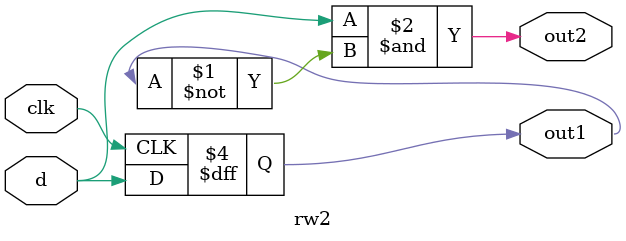
<source format=v>
module rw2 (clk, d, out1, out2);
    input clk, d;
    output out1, out2;
    
    reg out1;
    wire out2;

    assign out2 = d & ~out1;

    always @(posedge clk) begin
        out1 <= d;
    end 
    
endmodule
</source>
